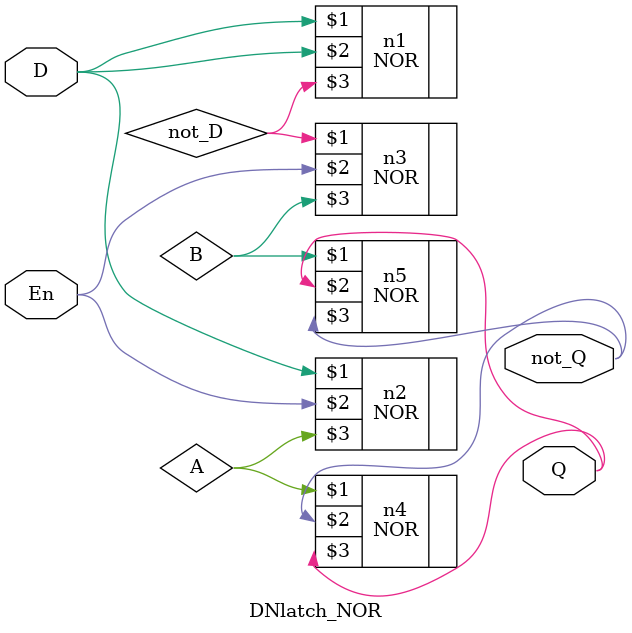
<source format=v>
`timescale 1ns / 1ps
module DNlatch_NOR(
    input En,
    input D,
    output Q,
    output not_Q
    );
	 
	 wire not_D,A,B ;
	 
	 NOR n1(D,D,not_D);	 
	 NOR n2(D,En,A);
	 NOR n3(not_D,En,B);
	 NOR n4(A,not_Q,Q);
	 NOR n5(B,Q,not_Q);


endmodule

</source>
